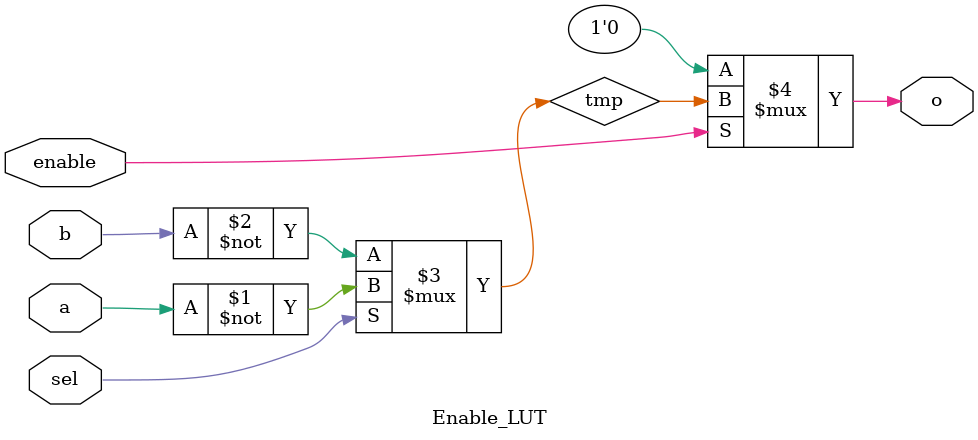
<source format=sv>
`timescale 1ns / 1ps


module Enable_LUT(
    input sel,
    input enable,
    input a,
    input b,
    output logic o
    );
    wire tmp;
    assign tmp = (sel) ? ~a : ~b;//(cond) ? true : false
    assign o = (enable) ? tmp : 1'b0;//(cond) ? true : false
endmodule

</source>
